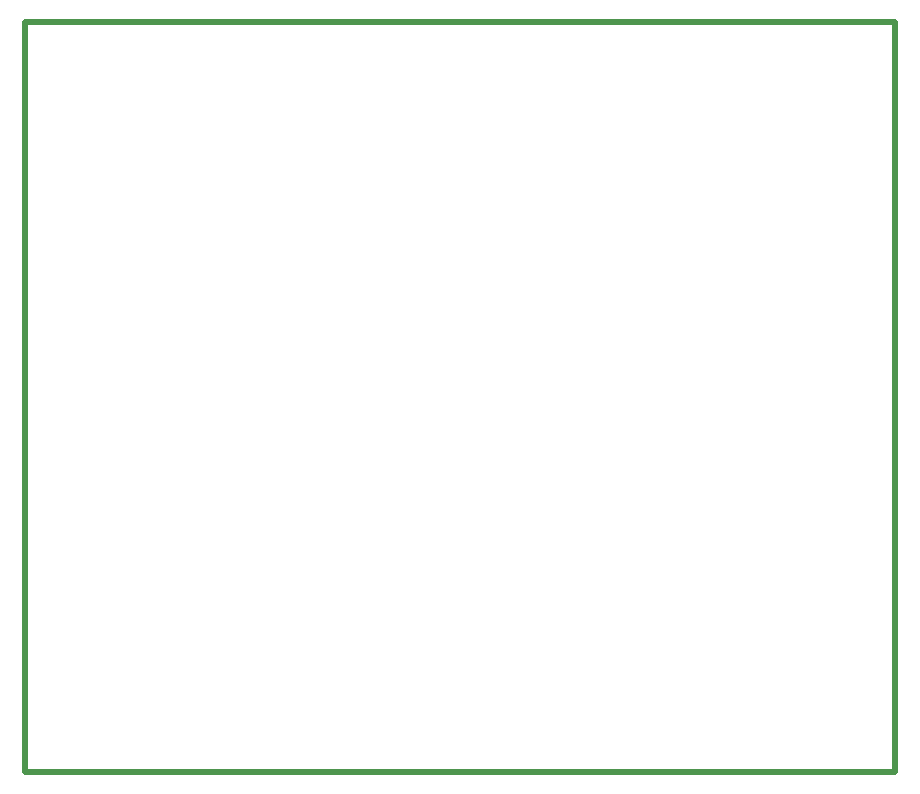
<source format=gko>
G04*
G04 #@! TF.GenerationSoftware,Altium Limited,Altium Designer,23.10.1 (27)*
G04*
G04 Layer_Color=16711935*
%FSLAX44Y44*%
%MOMM*%
G71*
G04*
G04 #@! TF.SameCoordinates,2AE02515-478E-4FF6-B523-2722CBD37BA3*
G04*
G04*
G04 #@! TF.FilePolarity,Positive*
G04*
G01*
G75*
%ADD13C,0.5080*%
D13*
X0Y0D02*
X736600D01*
Y635000D01*
X0D02*
X736600D01*
X0Y0D02*
Y635000D01*
M02*

</source>
